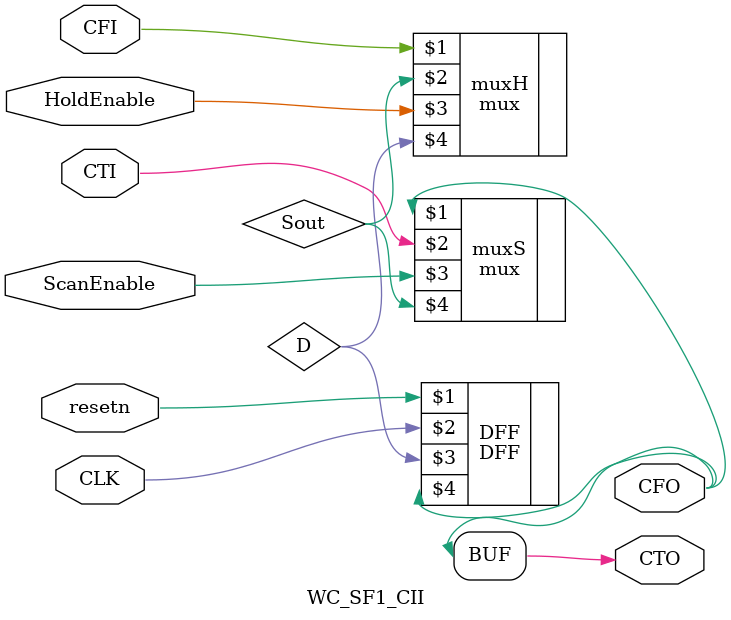
<source format=v>
module WC_SF1_CII(resetn,CLK,CFI,CTI,ScanEnable,HoldEnable,CFO,CTO);
input CLK,CFI,CTI,ScanEnable,HoldEnable,resetn;
output CFO,CTO;
//wire Q;
wire D;
//wire Hout;
wire Sout;
wire CFO;
mux muxS(CFO,CTI,ScanEnable,Sout);
mux muxH(CFI,Sout,HoldEnable,D);
//mux muxS(Hout,CTI,ScanEnable,D);
//mux muxH(CFI,CFO,HoldEnable,Hout);
DFF DFF(resetn,CLK,D,CFO);
assign CTO=CFO;
endmodule



</source>
